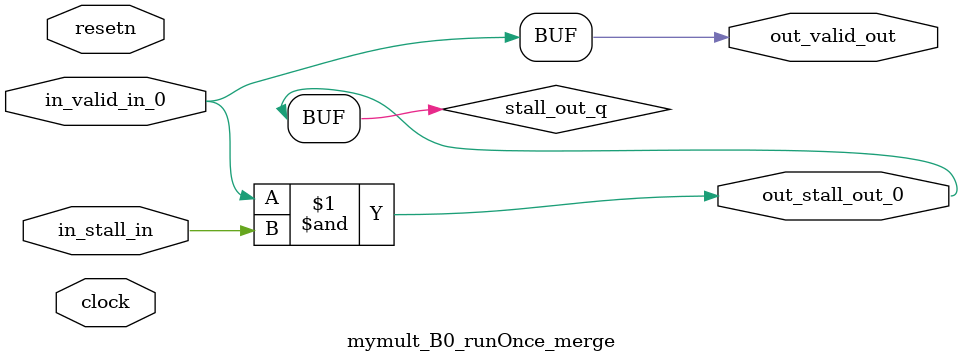
<source format=sv>



(* altera_attribute = "-name AUTO_SHIFT_REGISTER_RECOGNITION OFF; -name MESSAGE_DISABLE 10036; -name MESSAGE_DISABLE 10037; -name MESSAGE_DISABLE 14130; -name MESSAGE_DISABLE 14320; -name MESSAGE_DISABLE 15400; -name MESSAGE_DISABLE 14130; -name MESSAGE_DISABLE 10036; -name MESSAGE_DISABLE 12020; -name MESSAGE_DISABLE 12030; -name MESSAGE_DISABLE 12010; -name MESSAGE_DISABLE 12110; -name MESSAGE_DISABLE 14320; -name MESSAGE_DISABLE 13410; -name MESSAGE_DISABLE 113007; -name MESSAGE_DISABLE 10958" *)
module mymult_B0_runOnce_merge (
    input wire [0:0] in_stall_in,
    input wire [0:0] in_valid_in_0,
    output wire [0:0] out_stall_out_0,
    output wire [0:0] out_valid_out,
    input wire clock,
    input wire resetn
    );

    wire [0:0] stall_out_q;


    // stall_out(LOGICAL,6)
    assign stall_out_q = in_valid_in_0 & in_stall_in;

    // out_stall_out_0(GPOUT,4)
    assign out_stall_out_0 = stall_out_q;

    // out_valid_out(GPOUT,5)
    assign out_valid_out = in_valid_in_0;

endmodule

</source>
